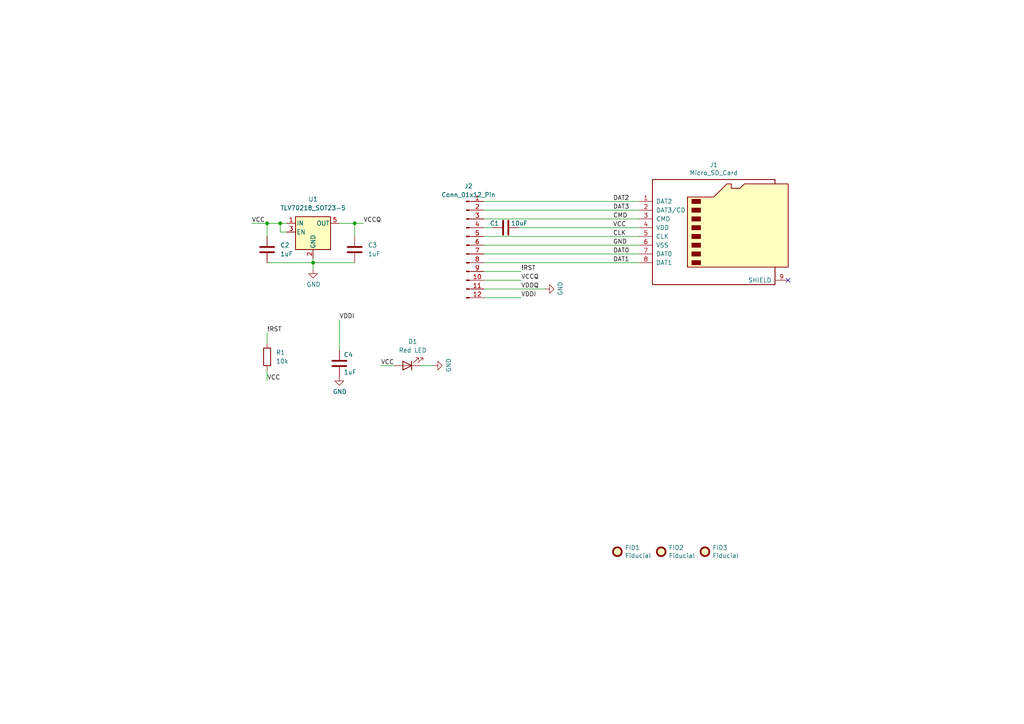
<source format=kicad_sch>
(kicad_sch (version 20230121) (generator eeschema)

  (uuid 74c99901-9e7e-449e-9ec8-01b32c0b9e28)

  (paper "A4")

  (lib_symbols
    (symbol "Connector:Conn_01x12_Pin" (pin_names (offset 1.016) hide) (in_bom yes) (on_board yes)
      (property "Reference" "J" (at 0 15.24 0)
        (effects (font (size 1.27 1.27)))
      )
      (property "Value" "Conn_01x12_Pin" (at 0 -17.78 0)
        (effects (font (size 1.27 1.27)))
      )
      (property "Footprint" "" (at 0 0 0)
        (effects (font (size 1.27 1.27)) hide)
      )
      (property "Datasheet" "~" (at 0 0 0)
        (effects (font (size 1.27 1.27)) hide)
      )
      (property "ki_locked" "" (at 0 0 0)
        (effects (font (size 1.27 1.27)))
      )
      (property "ki_keywords" "connector" (at 0 0 0)
        (effects (font (size 1.27 1.27)) hide)
      )
      (property "ki_description" "Generic connector, single row, 01x12, script generated" (at 0 0 0)
        (effects (font (size 1.27 1.27)) hide)
      )
      (property "ki_fp_filters" "Connector*:*_1x??_*" (at 0 0 0)
        (effects (font (size 1.27 1.27)) hide)
      )
      (symbol "Conn_01x12_Pin_1_1"
        (polyline
          (pts
            (xy 1.27 -15.24)
            (xy 0.8636 -15.24)
          )
          (stroke (width 0.1524) (type default))
          (fill (type none))
        )
        (polyline
          (pts
            (xy 1.27 -12.7)
            (xy 0.8636 -12.7)
          )
          (stroke (width 0.1524) (type default))
          (fill (type none))
        )
        (polyline
          (pts
            (xy 1.27 -10.16)
            (xy 0.8636 -10.16)
          )
          (stroke (width 0.1524) (type default))
          (fill (type none))
        )
        (polyline
          (pts
            (xy 1.27 -7.62)
            (xy 0.8636 -7.62)
          )
          (stroke (width 0.1524) (type default))
          (fill (type none))
        )
        (polyline
          (pts
            (xy 1.27 -5.08)
            (xy 0.8636 -5.08)
          )
          (stroke (width 0.1524) (type default))
          (fill (type none))
        )
        (polyline
          (pts
            (xy 1.27 -2.54)
            (xy 0.8636 -2.54)
          )
          (stroke (width 0.1524) (type default))
          (fill (type none))
        )
        (polyline
          (pts
            (xy 1.27 0)
            (xy 0.8636 0)
          )
          (stroke (width 0.1524) (type default))
          (fill (type none))
        )
        (polyline
          (pts
            (xy 1.27 2.54)
            (xy 0.8636 2.54)
          )
          (stroke (width 0.1524) (type default))
          (fill (type none))
        )
        (polyline
          (pts
            (xy 1.27 5.08)
            (xy 0.8636 5.08)
          )
          (stroke (width 0.1524) (type default))
          (fill (type none))
        )
        (polyline
          (pts
            (xy 1.27 7.62)
            (xy 0.8636 7.62)
          )
          (stroke (width 0.1524) (type default))
          (fill (type none))
        )
        (polyline
          (pts
            (xy 1.27 10.16)
            (xy 0.8636 10.16)
          )
          (stroke (width 0.1524) (type default))
          (fill (type none))
        )
        (polyline
          (pts
            (xy 1.27 12.7)
            (xy 0.8636 12.7)
          )
          (stroke (width 0.1524) (type default))
          (fill (type none))
        )
        (rectangle (start 0.8636 -15.113) (end 0 -15.367)
          (stroke (width 0.1524) (type default))
          (fill (type outline))
        )
        (rectangle (start 0.8636 -12.573) (end 0 -12.827)
          (stroke (width 0.1524) (type default))
          (fill (type outline))
        )
        (rectangle (start 0.8636 -10.033) (end 0 -10.287)
          (stroke (width 0.1524) (type default))
          (fill (type outline))
        )
        (rectangle (start 0.8636 -7.493) (end 0 -7.747)
          (stroke (width 0.1524) (type default))
          (fill (type outline))
        )
        (rectangle (start 0.8636 -4.953) (end 0 -5.207)
          (stroke (width 0.1524) (type default))
          (fill (type outline))
        )
        (rectangle (start 0.8636 -2.413) (end 0 -2.667)
          (stroke (width 0.1524) (type default))
          (fill (type outline))
        )
        (rectangle (start 0.8636 0.127) (end 0 -0.127)
          (stroke (width 0.1524) (type default))
          (fill (type outline))
        )
        (rectangle (start 0.8636 2.667) (end 0 2.413)
          (stroke (width 0.1524) (type default))
          (fill (type outline))
        )
        (rectangle (start 0.8636 5.207) (end 0 4.953)
          (stroke (width 0.1524) (type default))
          (fill (type outline))
        )
        (rectangle (start 0.8636 7.747) (end 0 7.493)
          (stroke (width 0.1524) (type default))
          (fill (type outline))
        )
        (rectangle (start 0.8636 10.287) (end 0 10.033)
          (stroke (width 0.1524) (type default))
          (fill (type outline))
        )
        (rectangle (start 0.8636 12.827) (end 0 12.573)
          (stroke (width 0.1524) (type default))
          (fill (type outline))
        )
        (pin passive line (at 5.08 12.7 180) (length 3.81)
          (name "Pin_1" (effects (font (size 1.27 1.27))))
          (number "1" (effects (font (size 1.27 1.27))))
        )
        (pin passive line (at 5.08 -10.16 180) (length 3.81)
          (name "Pin_10" (effects (font (size 1.27 1.27))))
          (number "10" (effects (font (size 1.27 1.27))))
        )
        (pin passive line (at 5.08 -12.7 180) (length 3.81)
          (name "Pin_11" (effects (font (size 1.27 1.27))))
          (number "11" (effects (font (size 1.27 1.27))))
        )
        (pin passive line (at 5.08 -15.24 180) (length 3.81)
          (name "Pin_12" (effects (font (size 1.27 1.27))))
          (number "12" (effects (font (size 1.27 1.27))))
        )
        (pin passive line (at 5.08 10.16 180) (length 3.81)
          (name "Pin_2" (effects (font (size 1.27 1.27))))
          (number "2" (effects (font (size 1.27 1.27))))
        )
        (pin passive line (at 5.08 7.62 180) (length 3.81)
          (name "Pin_3" (effects (font (size 1.27 1.27))))
          (number "3" (effects (font (size 1.27 1.27))))
        )
        (pin passive line (at 5.08 5.08 180) (length 3.81)
          (name "Pin_4" (effects (font (size 1.27 1.27))))
          (number "4" (effects (font (size 1.27 1.27))))
        )
        (pin passive line (at 5.08 2.54 180) (length 3.81)
          (name "Pin_5" (effects (font (size 1.27 1.27))))
          (number "5" (effects (font (size 1.27 1.27))))
        )
        (pin passive line (at 5.08 0 180) (length 3.81)
          (name "Pin_6" (effects (font (size 1.27 1.27))))
          (number "6" (effects (font (size 1.27 1.27))))
        )
        (pin passive line (at 5.08 -2.54 180) (length 3.81)
          (name "Pin_7" (effects (font (size 1.27 1.27))))
          (number "7" (effects (font (size 1.27 1.27))))
        )
        (pin passive line (at 5.08 -5.08 180) (length 3.81)
          (name "Pin_8" (effects (font (size 1.27 1.27))))
          (number "8" (effects (font (size 1.27 1.27))))
        )
        (pin passive line (at 5.08 -7.62 180) (length 3.81)
          (name "Pin_9" (effects (font (size 1.27 1.27))))
          (number "9" (effects (font (size 1.27 1.27))))
        )
      )
    )
    (symbol "Connector:Micro_SD_Card" (pin_names (offset 1.016)) (in_bom yes) (on_board yes)
      (property "Reference" "J" (at -16.51 15.24 0)
        (effects (font (size 1.27 1.27)))
      )
      (property "Value" "Micro_SD_Card" (at 16.51 15.24 0)
        (effects (font (size 1.27 1.27)) (justify right))
      )
      (property "Footprint" "" (at 29.21 7.62 0)
        (effects (font (size 1.27 1.27)) hide)
      )
      (property "Datasheet" "http://katalog.we-online.de/em/datasheet/693072010801.pdf" (at 0 0 0)
        (effects (font (size 1.27 1.27)) hide)
      )
      (property "ki_keywords" "connector SD microsd" (at 0 0 0)
        (effects (font (size 1.27 1.27)) hide)
      )
      (property "ki_description" "Micro SD Card Socket" (at 0 0 0)
        (effects (font (size 1.27 1.27)) hide)
      )
      (property "ki_fp_filters" "microSD*" (at 0 0 0)
        (effects (font (size 1.27 1.27)) hide)
      )
      (symbol "Micro_SD_Card_0_1"
        (rectangle (start -7.62 -9.525) (end -5.08 -10.795)
          (stroke (width 0) (type default))
          (fill (type outline))
        )
        (rectangle (start -7.62 -6.985) (end -5.08 -8.255)
          (stroke (width 0) (type default))
          (fill (type outline))
        )
        (rectangle (start -7.62 -4.445) (end -5.08 -5.715)
          (stroke (width 0) (type default))
          (fill (type outline))
        )
        (rectangle (start -7.62 -1.905) (end -5.08 -3.175)
          (stroke (width 0) (type default))
          (fill (type outline))
        )
        (rectangle (start -7.62 0.635) (end -5.08 -0.635)
          (stroke (width 0) (type default))
          (fill (type outline))
        )
        (rectangle (start -7.62 3.175) (end -5.08 1.905)
          (stroke (width 0) (type default))
          (fill (type outline))
        )
        (rectangle (start -7.62 5.715) (end -5.08 4.445)
          (stroke (width 0) (type default))
          (fill (type outline))
        )
        (rectangle (start -7.62 8.255) (end -5.08 6.985)
          (stroke (width 0) (type default))
          (fill (type outline))
        )
        (polyline
          (pts
            (xy 16.51 12.7)
            (xy 16.51 13.97)
            (xy -19.05 13.97)
            (xy -19.05 -16.51)
            (xy 16.51 -16.51)
            (xy 16.51 -11.43)
          )
          (stroke (width 0.254) (type default))
          (fill (type none))
        )
        (polyline
          (pts
            (xy -8.89 -11.43)
            (xy -8.89 8.89)
            (xy -1.27 8.89)
            (xy 2.54 12.7)
            (xy 3.81 12.7)
            (xy 3.81 11.43)
            (xy 6.35 11.43)
            (xy 7.62 12.7)
            (xy 20.32 12.7)
            (xy 20.32 -11.43)
            (xy -8.89 -11.43)
          )
          (stroke (width 0.254) (type default))
          (fill (type background))
        )
      )
      (symbol "Micro_SD_Card_1_1"
        (pin bidirectional line (at -22.86 7.62 0) (length 3.81)
          (name "DAT2" (effects (font (size 1.27 1.27))))
          (number "1" (effects (font (size 1.27 1.27))))
        )
        (pin bidirectional line (at -22.86 5.08 0) (length 3.81)
          (name "DAT3/CD" (effects (font (size 1.27 1.27))))
          (number "2" (effects (font (size 1.27 1.27))))
        )
        (pin input line (at -22.86 2.54 0) (length 3.81)
          (name "CMD" (effects (font (size 1.27 1.27))))
          (number "3" (effects (font (size 1.27 1.27))))
        )
        (pin power_in line (at -22.86 0 0) (length 3.81)
          (name "VDD" (effects (font (size 1.27 1.27))))
          (number "4" (effects (font (size 1.27 1.27))))
        )
        (pin input line (at -22.86 -2.54 0) (length 3.81)
          (name "CLK" (effects (font (size 1.27 1.27))))
          (number "5" (effects (font (size 1.27 1.27))))
        )
        (pin power_in line (at -22.86 -5.08 0) (length 3.81)
          (name "VSS" (effects (font (size 1.27 1.27))))
          (number "6" (effects (font (size 1.27 1.27))))
        )
        (pin bidirectional line (at -22.86 -7.62 0) (length 3.81)
          (name "DAT0" (effects (font (size 1.27 1.27))))
          (number "7" (effects (font (size 1.27 1.27))))
        )
        (pin bidirectional line (at -22.86 -10.16 0) (length 3.81)
          (name "DAT1" (effects (font (size 1.27 1.27))))
          (number "8" (effects (font (size 1.27 1.27))))
        )
        (pin passive line (at 20.32 -15.24 180) (length 3.81)
          (name "SHIELD" (effects (font (size 1.27 1.27))))
          (number "9" (effects (font (size 1.27 1.27))))
        )
      )
    )
    (symbol "Device:C" (pin_numbers hide) (pin_names (offset 0.254)) (in_bom yes) (on_board yes)
      (property "Reference" "C" (at 0.635 2.54 0)
        (effects (font (size 1.27 1.27)) (justify left))
      )
      (property "Value" "C" (at 0.635 -2.54 0)
        (effects (font (size 1.27 1.27)) (justify left))
      )
      (property "Footprint" "" (at 0.9652 -3.81 0)
        (effects (font (size 1.27 1.27)) hide)
      )
      (property "Datasheet" "~" (at 0 0 0)
        (effects (font (size 1.27 1.27)) hide)
      )
      (property "ki_keywords" "cap capacitor" (at 0 0 0)
        (effects (font (size 1.27 1.27)) hide)
      )
      (property "ki_description" "Unpolarized capacitor" (at 0 0 0)
        (effects (font (size 1.27 1.27)) hide)
      )
      (property "ki_fp_filters" "C_*" (at 0 0 0)
        (effects (font (size 1.27 1.27)) hide)
      )
      (symbol "C_0_1"
        (polyline
          (pts
            (xy -2.032 -0.762)
            (xy 2.032 -0.762)
          )
          (stroke (width 0.508) (type default))
          (fill (type none))
        )
        (polyline
          (pts
            (xy -2.032 0.762)
            (xy 2.032 0.762)
          )
          (stroke (width 0.508) (type default))
          (fill (type none))
        )
      )
      (symbol "C_1_1"
        (pin passive line (at 0 3.81 270) (length 2.794)
          (name "~" (effects (font (size 1.27 1.27))))
          (number "1" (effects (font (size 1.27 1.27))))
        )
        (pin passive line (at 0 -3.81 90) (length 2.794)
          (name "~" (effects (font (size 1.27 1.27))))
          (number "2" (effects (font (size 1.27 1.27))))
        )
      )
    )
    (symbol "Device:LED" (pin_numbers hide) (pin_names (offset 1.016) hide) (in_bom yes) (on_board yes)
      (property "Reference" "D" (at 0 2.54 0)
        (effects (font (size 1.27 1.27)))
      )
      (property "Value" "LED" (at 0 -2.54 0)
        (effects (font (size 1.27 1.27)))
      )
      (property "Footprint" "" (at 0 0 0)
        (effects (font (size 1.27 1.27)) hide)
      )
      (property "Datasheet" "~" (at 0 0 0)
        (effects (font (size 1.27 1.27)) hide)
      )
      (property "ki_keywords" "LED diode" (at 0 0 0)
        (effects (font (size 1.27 1.27)) hide)
      )
      (property "ki_description" "Light emitting diode" (at 0 0 0)
        (effects (font (size 1.27 1.27)) hide)
      )
      (property "ki_fp_filters" "LED* LED_SMD:* LED_THT:*" (at 0 0 0)
        (effects (font (size 1.27 1.27)) hide)
      )
      (symbol "LED_0_1"
        (polyline
          (pts
            (xy -1.27 -1.27)
            (xy -1.27 1.27)
          )
          (stroke (width 0.254) (type default))
          (fill (type none))
        )
        (polyline
          (pts
            (xy -1.27 0)
            (xy 1.27 0)
          )
          (stroke (width 0) (type default))
          (fill (type none))
        )
        (polyline
          (pts
            (xy 1.27 -1.27)
            (xy 1.27 1.27)
            (xy -1.27 0)
            (xy 1.27 -1.27)
          )
          (stroke (width 0.254) (type default))
          (fill (type none))
        )
        (polyline
          (pts
            (xy -3.048 -0.762)
            (xy -4.572 -2.286)
            (xy -3.81 -2.286)
            (xy -4.572 -2.286)
            (xy -4.572 -1.524)
          )
          (stroke (width 0) (type default))
          (fill (type none))
        )
        (polyline
          (pts
            (xy -1.778 -0.762)
            (xy -3.302 -2.286)
            (xy -2.54 -2.286)
            (xy -3.302 -2.286)
            (xy -3.302 -1.524)
          )
          (stroke (width 0) (type default))
          (fill (type none))
        )
      )
      (symbol "LED_1_1"
        (pin passive line (at -3.81 0 0) (length 2.54)
          (name "K" (effects (font (size 1.27 1.27))))
          (number "1" (effects (font (size 1.27 1.27))))
        )
        (pin passive line (at 3.81 0 180) (length 2.54)
          (name "A" (effects (font (size 1.27 1.27))))
          (number "2" (effects (font (size 1.27 1.27))))
        )
      )
    )
    (symbol "Device:R" (pin_numbers hide) (pin_names (offset 0)) (in_bom yes) (on_board yes)
      (property "Reference" "R" (at 2.032 0 90)
        (effects (font (size 1.27 1.27)))
      )
      (property "Value" "R" (at 0 0 90)
        (effects (font (size 1.27 1.27)))
      )
      (property "Footprint" "" (at -1.778 0 90)
        (effects (font (size 1.27 1.27)) hide)
      )
      (property "Datasheet" "~" (at 0 0 0)
        (effects (font (size 1.27 1.27)) hide)
      )
      (property "ki_keywords" "R res resistor" (at 0 0 0)
        (effects (font (size 1.27 1.27)) hide)
      )
      (property "ki_description" "Resistor" (at 0 0 0)
        (effects (font (size 1.27 1.27)) hide)
      )
      (property "ki_fp_filters" "R_*" (at 0 0 0)
        (effects (font (size 1.27 1.27)) hide)
      )
      (symbol "R_0_1"
        (rectangle (start -1.016 -2.54) (end 1.016 2.54)
          (stroke (width 0.254) (type default))
          (fill (type none))
        )
      )
      (symbol "R_1_1"
        (pin passive line (at 0 3.81 270) (length 1.27)
          (name "~" (effects (font (size 1.27 1.27))))
          (number "1" (effects (font (size 1.27 1.27))))
        )
        (pin passive line (at 0 -3.81 90) (length 1.27)
          (name "~" (effects (font (size 1.27 1.27))))
          (number "2" (effects (font (size 1.27 1.27))))
        )
      )
    )
    (symbol "Mechanical:Fiducial" (in_bom yes) (on_board yes)
      (property "Reference" "FID" (at 0 5.08 0)
        (effects (font (size 1.27 1.27)))
      )
      (property "Value" "Fiducial" (at 0 3.175 0)
        (effects (font (size 1.27 1.27)))
      )
      (property "Footprint" "" (at 0 0 0)
        (effects (font (size 1.27 1.27)) hide)
      )
      (property "Datasheet" "~" (at 0 0 0)
        (effects (font (size 1.27 1.27)) hide)
      )
      (property "ki_keywords" "fiducial marker" (at 0 0 0)
        (effects (font (size 1.27 1.27)) hide)
      )
      (property "ki_description" "Fiducial Marker" (at 0 0 0)
        (effects (font (size 1.27 1.27)) hide)
      )
      (property "ki_fp_filters" "Fiducial*" (at 0 0 0)
        (effects (font (size 1.27 1.27)) hide)
      )
      (symbol "Fiducial_0_1"
        (circle (center 0 0) (radius 1.27)
          (stroke (width 0.508) (type default))
          (fill (type background))
        )
      )
    )
    (symbol "Regulator_Linear:TLV70218_SOT23-5" (pin_names (offset 0.254)) (in_bom yes) (on_board yes)
      (property "Reference" "U" (at -3.81 5.715 0)
        (effects (font (size 1.27 1.27)))
      )
      (property "Value" "TLV70218_SOT23-5" (at 0 5.715 0)
        (effects (font (size 1.27 1.27)) (justify left))
      )
      (property "Footprint" "Package_TO_SOT_SMD:SOT-23-5" (at 0 8.255 0)
        (effects (font (size 1.27 1.27) italic) hide)
      )
      (property "Datasheet" "http://www.ti.com/lit/ds/symlink/tlv702.pdf" (at 0 1.27 0)
        (effects (font (size 1.27 1.27)) hide)
      )
      (property "ki_keywords" "300mA LDO Regulator Fixed Positive" (at 0 0 0)
        (effects (font (size 1.27 1.27)) hide)
      )
      (property "ki_description" "300mA Low Dropout Voltage Regulator, Fixed Output 1.8V, SOT-23-5" (at 0 0 0)
        (effects (font (size 1.27 1.27)) hide)
      )
      (property "ki_fp_filters" "SOT?23*" (at 0 0 0)
        (effects (font (size 1.27 1.27)) hide)
      )
      (symbol "TLV70218_SOT23-5_0_1"
        (rectangle (start -5.08 4.445) (end 5.08 -5.08)
          (stroke (width 0.254) (type default))
          (fill (type background))
        )
      )
      (symbol "TLV70218_SOT23-5_1_1"
        (pin power_in line (at -7.62 2.54 0) (length 2.54)
          (name "IN" (effects (font (size 1.27 1.27))))
          (number "1" (effects (font (size 1.27 1.27))))
        )
        (pin power_in line (at 0 -7.62 90) (length 2.54)
          (name "GND" (effects (font (size 1.27 1.27))))
          (number "2" (effects (font (size 1.27 1.27))))
        )
        (pin input line (at -7.62 0 0) (length 2.54)
          (name "EN" (effects (font (size 1.27 1.27))))
          (number "3" (effects (font (size 1.27 1.27))))
        )
        (pin no_connect line (at 5.08 0 180) (length 2.54) hide
          (name "NC" (effects (font (size 1.27 1.27))))
          (number "4" (effects (font (size 1.27 1.27))))
        )
        (pin power_out line (at 7.62 2.54 180) (length 2.54)
          (name "OUT" (effects (font (size 1.27 1.27))))
          (number "5" (effects (font (size 1.27 1.27))))
        )
      )
    )
    (symbol "power:GND" (power) (pin_names (offset 0)) (in_bom yes) (on_board yes)
      (property "Reference" "#PWR" (at 0 -6.35 0)
        (effects (font (size 1.27 1.27)) hide)
      )
      (property "Value" "GND" (at 0 -3.81 0)
        (effects (font (size 1.27 1.27)))
      )
      (property "Footprint" "" (at 0 0 0)
        (effects (font (size 1.27 1.27)) hide)
      )
      (property "Datasheet" "" (at 0 0 0)
        (effects (font (size 1.27 1.27)) hide)
      )
      (property "ki_keywords" "global power" (at 0 0 0)
        (effects (font (size 1.27 1.27)) hide)
      )
      (property "ki_description" "Power symbol creates a global label with name \"GND\" , ground" (at 0 0 0)
        (effects (font (size 1.27 1.27)) hide)
      )
      (symbol "GND_0_1"
        (polyline
          (pts
            (xy 0 0)
            (xy 0 -1.27)
            (xy 1.27 -1.27)
            (xy 0 -2.54)
            (xy -1.27 -1.27)
            (xy 0 -1.27)
          )
          (stroke (width 0) (type default))
          (fill (type none))
        )
      )
      (symbol "GND_1_1"
        (pin power_in line (at 0 0 270) (length 0) hide
          (name "GND" (effects (font (size 1.27 1.27))))
          (number "1" (effects (font (size 1.27 1.27))))
        )
      )
    )
  )

  (junction (at 81.28 64.77) (diameter 0) (color 0 0 0 0)
    (uuid 520a4a03-583f-4836-aba7-6e2029f48119)
  )
  (junction (at 102.87 64.77) (diameter 0) (color 0 0 0 0)
    (uuid 5800a92d-9d94-49db-88b5-dbfb9ae3fa4b)
  )
  (junction (at 90.805 76.2) (diameter 0) (color 0 0 0 0)
    (uuid 63cfb850-3c2e-43d4-a5e0-14680dd1ec9e)
  )
  (junction (at 77.47 64.77) (diameter 0) (color 0 0 0 0)
    (uuid 732d62ea-3b39-476e-8259-7e1ece3740bf)
  )

  (no_connect (at 228.6 81.28) (uuid 5b69ec70-ab39-44a3-9d1f-1489cd678ed8))

  (wire (pts (xy 140.335 83.82) (xy 158.115 83.82))
    (stroke (width 0) (type default))
    (uuid 06e1f5f2-ddb4-48cc-9b61-f52f0330a721)
  )
  (wire (pts (xy 140.335 78.74) (xy 151.13 78.74))
    (stroke (width 0) (type default))
    (uuid 191df7a9-7b59-4c42-bfcb-64b9a31e2688)
  )
  (wire (pts (xy 140.335 73.66) (xy 185.42 73.66))
    (stroke (width 0) (type default))
    (uuid 19b31cf5-684c-426f-9c16-077f5162cd0c)
  )
  (wire (pts (xy 140.335 81.28) (xy 151.13 81.28))
    (stroke (width 0) (type default))
    (uuid 1f70c903-d079-43e3-8525-4de49d9e6068)
  )
  (wire (pts (xy 140.335 68.58) (xy 185.42 68.58))
    (stroke (width 0) (type default))
    (uuid 2700d1c6-b625-486e-b42b-cc16ef1a6c15)
  )
  (wire (pts (xy 140.335 86.36) (xy 151.13 86.36))
    (stroke (width 0) (type default))
    (uuid 2dfb9dca-7e57-4f54-8cc4-e5cf824a08c4)
  )
  (wire (pts (xy 73.025 64.77) (xy 77.47 64.77))
    (stroke (width 0) (type default))
    (uuid 326aeeb4-899a-4a7a-aa02-8e1450bcbd30)
  )
  (wire (pts (xy 77.47 107.315) (xy 77.47 110.49))
    (stroke (width 0) (type default))
    (uuid 34b570da-03ee-4a24-bfd0-9dff9360a64b)
  )
  (wire (pts (xy 140.335 60.96) (xy 185.42 60.96))
    (stroke (width 0) (type default))
    (uuid 3556499d-8aec-4520-bd3e-94e67b02de8c)
  )
  (wire (pts (xy 77.47 64.77) (xy 77.47 68.58))
    (stroke (width 0) (type default))
    (uuid 492ee199-b47d-4f63-a14f-6752fdc0a5b6)
  )
  (wire (pts (xy 150.495 66.04) (xy 185.42 66.04))
    (stroke (width 0) (type default))
    (uuid 5dfd036e-3b6e-4d2c-aac7-9b18776eaff0)
  )
  (wire (pts (xy 102.87 64.77) (xy 105.41 64.77))
    (stroke (width 0) (type default))
    (uuid 692a30cf-142c-4fb0-8eda-b9d4f1d1deaa)
  )
  (wire (pts (xy 90.805 74.93) (xy 90.805 76.2))
    (stroke (width 0) (type default))
    (uuid 6e3355f9-8582-458c-bef8-5697a837e29d)
  )
  (wire (pts (xy 121.92 106.045) (xy 125.73 106.045))
    (stroke (width 0) (type default))
    (uuid 6fd596b0-5605-491c-87dc-354ee72d344d)
  )
  (wire (pts (xy 140.335 71.12) (xy 185.42 71.12))
    (stroke (width 0) (type default))
    (uuid 74e03bb7-82cb-4fec-a54a-58168b3a9942)
  )
  (wire (pts (xy 77.47 96.52) (xy 77.47 99.695))
    (stroke (width 0) (type default))
    (uuid 8e8c20b1-bb58-4a5a-98f4-25ff40232a9f)
  )
  (wire (pts (xy 140.335 66.04) (xy 142.875 66.04))
    (stroke (width 0) (type default))
    (uuid 963f3b8c-fe9b-4ecf-b293-ce7fcd9c887e)
  )
  (wire (pts (xy 81.28 67.31) (xy 81.28 64.77))
    (stroke (width 0) (type default))
    (uuid b0f31e19-3788-49ad-8408-ace0b98a56ac)
  )
  (wire (pts (xy 140.335 76.2) (xy 185.42 76.2))
    (stroke (width 0) (type default))
    (uuid b9d6d4f8-5258-4aaa-9070-2641d4ee349f)
  )
  (wire (pts (xy 98.425 92.71) (xy 98.425 101.6))
    (stroke (width 0) (type default))
    (uuid c1baa171-7014-4a5d-9c34-f5950180c25b)
  )
  (wire (pts (xy 140.335 58.42) (xy 185.42 58.42))
    (stroke (width 0) (type default))
    (uuid c32e0011-5603-4694-9e39-93ea9ea73cb2)
  )
  (wire (pts (xy 83.185 67.31) (xy 81.28 67.31))
    (stroke (width 0) (type default))
    (uuid cb403794-3594-49a4-880f-be79333f31df)
  )
  (wire (pts (xy 77.47 76.2) (xy 90.805 76.2))
    (stroke (width 0) (type default))
    (uuid cd08bd15-23c9-4800-921f-b6ccb24d983c)
  )
  (wire (pts (xy 140.335 63.5) (xy 185.42 63.5))
    (stroke (width 0) (type default))
    (uuid ce31e430-1b1f-4c96-a66e-e32e37c2d0a1)
  )
  (wire (pts (xy 81.28 64.77) (xy 83.185 64.77))
    (stroke (width 0) (type default))
    (uuid d1741b7b-6090-46e1-a0ca-085e69227ab8)
  )
  (wire (pts (xy 90.805 76.2) (xy 90.805 78.105))
    (stroke (width 0) (type default))
    (uuid d44c7fd9-8308-4b8e-a240-5e3cfa1f60b6)
  )
  (wire (pts (xy 98.425 64.77) (xy 102.87 64.77))
    (stroke (width 0) (type default))
    (uuid e4c8e3fb-89f9-4af8-912b-393993e536c5)
  )
  (wire (pts (xy 102.87 64.77) (xy 102.87 68.58))
    (stroke (width 0) (type default))
    (uuid ecca2234-b672-48c4-9069-0231fb496de5)
  )
  (wire (pts (xy 77.47 64.77) (xy 81.28 64.77))
    (stroke (width 0) (type default))
    (uuid f882dc23-6b6f-455b-a67d-941d0d0e72a0)
  )
  (wire (pts (xy 90.805 76.2) (xy 102.87 76.2))
    (stroke (width 0) (type default))
    (uuid f9423676-d6b2-44e4-9663-e471f12fe723)
  )
  (wire (pts (xy 110.49 106.045) (xy 114.3 106.045))
    (stroke (width 0) (type default))
    (uuid fda1bc96-3a21-408f-9a47-3db1e5051f68)
  )

  (label "VCC" (at 73.025 64.77 0) (fields_autoplaced)
    (effects (font (size 1.27 1.27)) (justify left bottom))
    (uuid 15833770-4f9e-4536-8647-2f82f4e16dd6)
  )
  (label "!RST" (at 151.13 78.74 0) (fields_autoplaced)
    (effects (font (size 1.27 1.27)) (justify left bottom))
    (uuid 16f35720-767a-4048-a025-8b7ee4027b81)
  )
  (label "VCCQ" (at 105.41 64.77 0) (fields_autoplaced)
    (effects (font (size 1.27 1.27)) (justify left bottom))
    (uuid 182a6870-573f-48e1-bca4-2d0e342666c1)
  )
  (label "VCC" (at 77.47 110.49 0) (fields_autoplaced)
    (effects (font (size 1.27 1.27)) (justify left bottom))
    (uuid 2a1e546a-1681-40c7-a541-7db6eab3d8e8)
  )
  (label "VCC" (at 110.49 106.045 0) (fields_autoplaced)
    (effects (font (size 1.27 1.27)) (justify left bottom))
    (uuid 334d90bd-823c-493f-99eb-8dcb22187954)
  )
  (label "VCC" (at 177.8 66.04 0) (fields_autoplaced)
    (effects (font (size 1.27 1.27)) (justify left bottom))
    (uuid 38d9912b-a822-4392-820b-513010f8eb69)
  )
  (label "DAT1" (at 177.8 76.2 0) (fields_autoplaced)
    (effects (font (size 1.27 1.27)) (justify left bottom))
    (uuid 4533719a-1e27-4499-82b3-f719f5e615e9)
  )
  (label "GND" (at 177.8 71.12 0) (fields_autoplaced)
    (effects (font (size 1.27 1.27)) (justify left bottom))
    (uuid 4e99a036-75c7-477d-bfb7-dd672d1f798b)
  )
  (label "VDDI" (at 151.13 86.36 0) (fields_autoplaced)
    (effects (font (size 1.27 1.27)) (justify left bottom))
    (uuid 5bc8bc16-1133-4c0e-a94e-dceb023463ae)
  )
  (label "DAT3" (at 177.8 60.96 0) (fields_autoplaced)
    (effects (font (size 1.27 1.27)) (justify left bottom))
    (uuid 5d14a004-370b-4b32-b065-de594ab440ab)
  )
  (label "VCCQ" (at 151.13 81.28 0) (fields_autoplaced)
    (effects (font (size 1.27 1.27)) (justify left bottom))
    (uuid 8d3070b2-5739-4917-aeca-7d26e9aa9ff7)
  )
  (label "VDDI" (at 98.425 92.71 0) (fields_autoplaced)
    (effects (font (size 1.27 1.27)) (justify left bottom))
    (uuid 9086d9ff-78ac-471e-b5e1-b85642cffc05)
  )
  (label "CMD" (at 177.8 63.5 0) (fields_autoplaced)
    (effects (font (size 1.27 1.27)) (justify left bottom))
    (uuid 92368b91-1258-4197-8e9d-be5892c594f6)
  )
  (label "CLK" (at 177.8 68.58 0) (fields_autoplaced)
    (effects (font (size 1.27 1.27)) (justify left bottom))
    (uuid 9e78a821-b4a1-4eb6-aa77-e1fdc8270df3)
  )
  (label "DAT0" (at 177.8 73.66 0) (fields_autoplaced)
    (effects (font (size 1.27 1.27)) (justify left bottom))
    (uuid a508bd2a-f681-414a-b06b-e5e5d8eabb9e)
  )
  (label "!RST" (at 77.47 96.52 0) (fields_autoplaced)
    (effects (font (size 1.27 1.27)) (justify left bottom))
    (uuid c7f46eff-baf4-46af-b9e3-0855bd89dc45)
  )
  (label "DAT2" (at 177.8 58.42 0) (fields_autoplaced)
    (effects (font (size 1.27 1.27)) (justify left bottom))
    (uuid c8404929-5bfc-499c-9d64-acdf004dd96c)
  )
  (label "VDDQ" (at 151.13 83.82 0) (fields_autoplaced)
    (effects (font (size 1.27 1.27)) (justify left bottom))
    (uuid eb75ce38-5adf-449b-ac68-6191d45d2c10)
  )

  (symbol (lib_id "Connector:Micro_SD_Card") (at 208.28 66.04 0) (unit 1)
    (in_bom yes) (on_board yes) (dnp no)
    (uuid 00000000-0000-0000-0000-00005feb39e1)
    (property "Reference" "J1" (at 207.01 47.8282 0)
      (effects (font (size 1.27 1.27)))
    )
    (property "Value" "Micro_SD_Card" (at 207.01 50.1396 0)
      (effects (font (size 1.27 1.27)))
    )
    (property "Footprint" "Voltlog:microSD_card" (at 237.49 58.42 0)
      (effects (font (size 1.27 1.27)) hide)
    )
    (property "Datasheet" "http://katalog.we-online.de/em/datasheet/693072010801.pdf" (at 208.28 66.04 0)
      (effects (font (size 1.27 1.27)) hide)
    )
    (pin "1" (uuid 1410518c-d6b0-41ea-979d-1b781396f365))
    (pin "2" (uuid 365c3f34-4ce4-49e3-a9f5-cfd13e1819cf))
    (pin "3" (uuid d5c19005-522f-4772-9368-c1a9f2f33a8b))
    (pin "4" (uuid 26479560-1ec2-4177-869f-6f319a9456c7))
    (pin "5" (uuid 4c0252b8-ebb4-4ee6-b966-fafad69802c4))
    (pin "6" (uuid 86496047-a7cd-4e0f-883b-6ad07873389a))
    (pin "7" (uuid ba0fe9c2-e958-45b5-9de4-dd73c911a7aa))
    (pin "8" (uuid d95f7484-354a-46e5-b936-9fdf5fffec05))
    (pin "9" (uuid 05bba1ba-cccf-48a1-a0d1-be3611fe69f3))
    (instances
      (project "emmc-adapter"
        (path "/74c99901-9e7e-449e-9ec8-01b32c0b9e28"
          (reference "J1") (unit 1)
        )
      )
    )
  )

  (symbol (lib_id "voltlog:VOLTLOG_LOGO") (at 182.88 172.72 0) (unit 1)
    (in_bom yes) (on_board yes) (dnp no)
    (uuid 00000000-0000-0000-0000-00005febb9f7)
    (property "Reference" "V1" (at 182.88 176.022 0)
      (effects (font (size 1.524 1.524)) hide)
    )
    (property "Value" "VOLTLOG_LOGO" (at 182.88 169.418 0)
      (effects (font (size 1.524 1.524)) hide)
    )
    (property "Footprint" "Voltlog:voltlog_mask_3mm" (at 182.88 172.72 0)
      (effects (font (size 1.27 1.27)) hide)
    )
    (property "Datasheet" "" (at 182.88 172.72 0)
      (effects (font (size 1.27 1.27)) hide)
    )
    (instances
      (project "emmc-adapter"
        (path "/74c99901-9e7e-449e-9ec8-01b32c0b9e28"
          (reference "V1") (unit 1)
        )
      )
    )
  )

  (symbol (lib_id "Mechanical:Fiducial") (at 179.07 160.02 0) (unit 1)
    (in_bom yes) (on_board yes) (dnp no)
    (uuid 00000000-0000-0000-0000-00005febc0d2)
    (property "Reference" "FID1" (at 181.229 158.8516 0)
      (effects (font (size 1.27 1.27)) (justify left))
    )
    (property "Value" "Fiducial" (at 181.229 161.163 0)
      (effects (font (size 1.27 1.27)) (justify left))
    )
    (property "Footprint" "Fiducial:Fiducial_0.5mm_Mask1mm" (at 179.07 160.02 0)
      (effects (font (size 1.27 1.27)) hide)
    )
    (property "Datasheet" "~" (at 179.07 160.02 0)
      (effects (font (size 1.27 1.27)) hide)
    )
    (instances
      (project "emmc-adapter"
        (path "/74c99901-9e7e-449e-9ec8-01b32c0b9e28"
          (reference "FID1") (unit 1)
        )
      )
    )
  )

  (symbol (lib_id "Mechanical:Fiducial") (at 191.77 160.02 0) (unit 1)
    (in_bom yes) (on_board yes) (dnp no)
    (uuid 00000000-0000-0000-0000-00005febc6ab)
    (property "Reference" "FID2" (at 193.929 158.8516 0)
      (effects (font (size 1.27 1.27)) (justify left))
    )
    (property "Value" "Fiducial" (at 193.929 161.163 0)
      (effects (font (size 1.27 1.27)) (justify left))
    )
    (property "Footprint" "Fiducial:Fiducial_0.5mm_Mask1mm" (at 191.77 160.02 0)
      (effects (font (size 1.27 1.27)) hide)
    )
    (property "Datasheet" "~" (at 191.77 160.02 0)
      (effects (font (size 1.27 1.27)) hide)
    )
    (instances
      (project "emmc-adapter"
        (path "/74c99901-9e7e-449e-9ec8-01b32c0b9e28"
          (reference "FID2") (unit 1)
        )
      )
    )
  )

  (symbol (lib_id "Mechanical:Fiducial") (at 204.47 160.02 0) (unit 1)
    (in_bom yes) (on_board yes) (dnp no)
    (uuid 00000000-0000-0000-0000-00005febc8c9)
    (property "Reference" "FID3" (at 206.629 158.8516 0)
      (effects (font (size 1.27 1.27)) (justify left))
    )
    (property "Value" "Fiducial" (at 206.629 161.163 0)
      (effects (font (size 1.27 1.27)) (justify left))
    )
    (property "Footprint" "Fiducial:Fiducial_0.5mm_Mask1mm" (at 204.47 160.02 0)
      (effects (font (size 1.27 1.27)) hide)
    )
    (property "Datasheet" "~" (at 204.47 160.02 0)
      (effects (font (size 1.27 1.27)) hide)
    )
    (instances
      (project "emmc-adapter"
        (path "/74c99901-9e7e-449e-9ec8-01b32c0b9e28"
          (reference "FID3") (unit 1)
        )
      )
    )
  )

  (symbol (lib_id "Regulator_Linear:TLV70218_SOT23-5") (at 90.805 67.31 0) (unit 1)
    (in_bom yes) (on_board yes) (dnp no) (fields_autoplaced)
    (uuid 11687862-2bc7-45ed-935f-c8515a31b1db)
    (property "Reference" "U1" (at 90.805 57.785 0)
      (effects (font (size 1.27 1.27)))
    )
    (property "Value" "TLV70218_SOT23-5" (at 90.805 60.325 0)
      (effects (font (size 1.27 1.27)))
    )
    (property "Footprint" "Package_TO_SOT_SMD:SOT-23-5" (at 90.805 59.055 0)
      (effects (font (size 1.27 1.27) italic) hide)
    )
    (property "Datasheet" "http://www.ti.com/lit/ds/symlink/tlv702.pdf" (at 90.805 66.04 0)
      (effects (font (size 1.27 1.27)) hide)
    )
    (pin "1" (uuid 29f399a6-9a92-4505-8282-bbc4eef08a3e))
    (pin "2" (uuid fe38e723-555d-4ac6-a4fd-e8125d27d157))
    (pin "3" (uuid d58cd10f-f63a-4211-b948-69d5ad5e5c20))
    (pin "4" (uuid d090fdaa-c69c-47ef-9fc0-773cc95cf300))
    (pin "5" (uuid ede60703-d401-4259-8bc4-294443dddfda))
    (instances
      (project "emmc-adapter"
        (path "/74c99901-9e7e-449e-9ec8-01b32c0b9e28"
          (reference "U1") (unit 1)
        )
      )
    )
  )

  (symbol (lib_id "power:GND") (at 98.425 109.22 0) (unit 1)
    (in_bom yes) (on_board yes) (dnp no)
    (uuid 279da008-4464-4bb4-a3b7-3dedd992db90)
    (property "Reference" "#PWR04" (at 98.425 115.57 0)
      (effects (font (size 1.27 1.27)) hide)
    )
    (property "Value" "GND" (at 98.552 113.6142 0)
      (effects (font (size 1.27 1.27)))
    )
    (property "Footprint" "" (at 98.425 109.22 0)
      (effects (font (size 1.27 1.27)) hide)
    )
    (property "Datasheet" "" (at 98.425 109.22 0)
      (effects (font (size 1.27 1.27)) hide)
    )
    (pin "1" (uuid 4a5ff207-7855-45e7-b8bd-6f6ab25b0a23))
    (instances
      (project "emmc-adapter"
        (path "/74c99901-9e7e-449e-9ec8-01b32c0b9e28"
          (reference "#PWR04") (unit 1)
        )
      )
    )
  )

  (symbol (lib_id "power:GND") (at 158.115 83.82 90) (unit 1)
    (in_bom yes) (on_board yes) (dnp no)
    (uuid 28e25ccc-4f44-4f77-acdf-de47350b3e78)
    (property "Reference" "#PWR02" (at 164.465 83.82 0)
      (effects (font (size 1.27 1.27)) hide)
    )
    (property "Value" "GND" (at 162.5092 83.693 0)
      (effects (font (size 1.27 1.27)))
    )
    (property "Footprint" "" (at 158.115 83.82 0)
      (effects (font (size 1.27 1.27)) hide)
    )
    (property "Datasheet" "" (at 158.115 83.82 0)
      (effects (font (size 1.27 1.27)) hide)
    )
    (pin "1" (uuid 9ae2e5f2-65a2-4d9a-9ff7-cf76200528b0))
    (instances
      (project "emmc-adapter"
        (path "/74c99901-9e7e-449e-9ec8-01b32c0b9e28"
          (reference "#PWR02") (unit 1)
        )
      )
    )
  )

  (symbol (lib_id "Device:C") (at 146.685 66.04 90) (unit 1)
    (in_bom yes) (on_board yes) (dnp no)
    (uuid 3a85c1ea-f83b-4a3c-81d7-ce5da2c1fde7)
    (property "Reference" "C1" (at 144.78 64.77 90)
      (effects (font (size 1.27 1.27)) (justify left))
    )
    (property "Value" "10uF" (at 153.035 64.77 90)
      (effects (font (size 1.27 1.27)) (justify left))
    )
    (property "Footprint" "Capacitor_SMD:C_0603_1608Metric" (at 150.495 65.0748 0)
      (effects (font (size 1.27 1.27)) hide)
    )
    (property "Datasheet" "~" (at 146.685 66.04 0)
      (effects (font (size 1.27 1.27)) hide)
    )
    (pin "1" (uuid 98b253f7-2133-4b88-8fac-c819db44d43d))
    (pin "2" (uuid 7e87743b-9da3-4cd2-ac1f-880b14cd5689))
    (instances
      (project "emmc-adapter"
        (path "/74c99901-9e7e-449e-9ec8-01b32c0b9e28"
          (reference "C1") (unit 1)
        )
      )
    )
  )

  (symbol (lib_id "Device:LED") (at 118.11 106.045 180) (unit 1)
    (in_bom yes) (on_board yes) (dnp no) (fields_autoplaced)
    (uuid 40bfd69a-f4f2-484a-8fa7-06fe333b7cf9)
    (property "Reference" "D1" (at 119.6975 99.06 0)
      (effects (font (size 1.27 1.27)))
    )
    (property "Value" "Red LED" (at 119.6975 101.6 0)
      (effects (font (size 1.27 1.27)))
    )
    (property "Footprint" "LED_SMD:LED_0603_1608Metric" (at 118.11 106.045 0)
      (effects (font (size 1.27 1.27)) hide)
    )
    (property "Datasheet" "~" (at 118.11 106.045 0)
      (effects (font (size 1.27 1.27)) hide)
    )
    (pin "1" (uuid 7db0dbc3-9809-4575-b3de-41a2a4506688))
    (pin "2" (uuid 338dfcf0-c538-4fca-9905-57aee243ff15))
    (instances
      (project "emmc-adapter"
        (path "/74c99901-9e7e-449e-9ec8-01b32c0b9e28"
          (reference "D1") (unit 1)
        )
      )
    )
  )

  (symbol (lib_id "Connector:Conn_01x12_Pin") (at 135.255 71.12 0) (unit 1)
    (in_bom yes) (on_board yes) (dnp no) (fields_autoplaced)
    (uuid 98bb5853-6dba-420b-a0b8-526c8007e011)
    (property "Reference" "J2" (at 135.89 53.975 0)
      (effects (font (size 1.27 1.27)))
    )
    (property "Value" "Conn_01x12_Pin" (at 135.89 56.515 0)
      (effects (font (size 1.27 1.27)))
    )
    (property "Footprint" "Connector_PinHeader_2.54mm:PinHeader_1x12_P2.54mm_Vertical" (at 135.255 71.12 0)
      (effects (font (size 1.27 1.27)) hide)
    )
    (property "Datasheet" "~" (at 135.255 71.12 0)
      (effects (font (size 1.27 1.27)) hide)
    )
    (pin "1" (uuid cfdecf98-ab7d-4edc-991c-356443a02a12))
    (pin "10" (uuid 5b8d8089-7ee6-46f5-9772-39edccebcff9))
    (pin "11" (uuid 41fc3d3f-9c52-41e9-a467-bd92cb409975))
    (pin "12" (uuid a3490691-1c7f-4a3b-a69d-72e99043207c))
    (pin "2" (uuid 23ec4211-fc0b-4ca7-bc86-10db60d304e7))
    (pin "3" (uuid 6fe13795-1fe6-415f-aee5-a1d33a7d863a))
    (pin "4" (uuid d000e269-202d-4d1f-8a00-668a997ea69c))
    (pin "5" (uuid 0703261b-068c-48e4-ab01-c3ef5ee0d8c0))
    (pin "6" (uuid 902e797c-5ca6-4a33-8f8c-ad7a0b1cf557))
    (pin "7" (uuid c6d55c84-33a2-450f-ba42-391126aee964))
    (pin "8" (uuid 8d9e2db4-2ef5-4686-92c5-bb400b7d4b5d))
    (pin "9" (uuid 824dd8a3-c7d4-4e91-ba9c-f1fa078891ae))
    (instances
      (project "emmc-adapter"
        (path "/74c99901-9e7e-449e-9ec8-01b32c0b9e28"
          (reference "J2") (unit 1)
        )
      )
    )
  )

  (symbol (lib_id "Device:R") (at 77.47 103.505 180) (unit 1)
    (in_bom yes) (on_board yes) (dnp no) (fields_autoplaced)
    (uuid 9a898e74-b968-4ff8-9197-c161c97bb9c2)
    (property "Reference" "R1" (at 80.01 102.235 0)
      (effects (font (size 1.27 1.27)) (justify right))
    )
    (property "Value" "10k" (at 80.01 104.775 0)
      (effects (font (size 1.27 1.27)) (justify right))
    )
    (property "Footprint" "Resistor_SMD:R_0603_1608Metric" (at 79.248 103.505 90)
      (effects (font (size 1.27 1.27)) hide)
    )
    (property "Datasheet" "~" (at 77.47 103.505 0)
      (effects (font (size 1.27 1.27)) hide)
    )
    (pin "1" (uuid 374bf01e-6273-4845-a707-3b4cd0ad4ea1))
    (pin "2" (uuid 6c40fa0a-d3ae-4e31-92a4-9959bb989719))
    (instances
      (project "emmc-adapter"
        (path "/74c99901-9e7e-449e-9ec8-01b32c0b9e28"
          (reference "R1") (unit 1)
        )
      )
    )
  )

  (symbol (lib_id "power:GND") (at 90.805 78.105 0) (unit 1)
    (in_bom yes) (on_board yes) (dnp no)
    (uuid b9f5f771-17c0-4e23-9969-10a6f24822ff)
    (property "Reference" "#PWR01" (at 90.805 84.455 0)
      (effects (font (size 1.27 1.27)) hide)
    )
    (property "Value" "GND" (at 90.932 82.4992 0)
      (effects (font (size 1.27 1.27)))
    )
    (property "Footprint" "" (at 90.805 78.105 0)
      (effects (font (size 1.27 1.27)) hide)
    )
    (property "Datasheet" "" (at 90.805 78.105 0)
      (effects (font (size 1.27 1.27)) hide)
    )
    (pin "1" (uuid 2d3d7d40-fee4-46cc-97c2-c1106f25a851))
    (instances
      (project "emmc-adapter"
        (path "/74c99901-9e7e-449e-9ec8-01b32c0b9e28"
          (reference "#PWR01") (unit 1)
        )
      )
    )
  )

  (symbol (lib_id "Device:C") (at 77.47 72.39 0) (unit 1)
    (in_bom yes) (on_board yes) (dnp no) (fields_autoplaced)
    (uuid cd9993ab-84b8-429f-b31e-cca23871c6a0)
    (property "Reference" "C2" (at 81.28 71.12 0)
      (effects (font (size 1.27 1.27)) (justify left))
    )
    (property "Value" "1uF" (at 81.28 73.66 0)
      (effects (font (size 1.27 1.27)) (justify left))
    )
    (property "Footprint" "Capacitor_SMD:C_0603_1608Metric" (at 78.4352 76.2 0)
      (effects (font (size 1.27 1.27)) hide)
    )
    (property "Datasheet" "~" (at 77.47 72.39 0)
      (effects (font (size 1.27 1.27)) hide)
    )
    (pin "1" (uuid ec5d9fd7-885a-49a8-a1ef-86fed967f980))
    (pin "2" (uuid 29b7aeb2-460b-47d7-b60d-9239e65543d3))
    (instances
      (project "emmc-adapter"
        (path "/74c99901-9e7e-449e-9ec8-01b32c0b9e28"
          (reference "C2") (unit 1)
        )
      )
    )
  )

  (symbol (lib_id "power:GND") (at 125.73 106.045 90) (unit 1)
    (in_bom yes) (on_board yes) (dnp no)
    (uuid e73af0c4-87f5-4b28-a01c-555589eb5371)
    (property "Reference" "#PWR03" (at 132.08 106.045 0)
      (effects (font (size 1.27 1.27)) hide)
    )
    (property "Value" "GND" (at 130.1242 105.918 0)
      (effects (font (size 1.27 1.27)))
    )
    (property "Footprint" "" (at 125.73 106.045 0)
      (effects (font (size 1.27 1.27)) hide)
    )
    (property "Datasheet" "" (at 125.73 106.045 0)
      (effects (font (size 1.27 1.27)) hide)
    )
    (pin "1" (uuid f2ff9639-f245-4e3e-bbd5-f025e8d0f721))
    (instances
      (project "emmc-adapter"
        (path "/74c99901-9e7e-449e-9ec8-01b32c0b9e28"
          (reference "#PWR03") (unit 1)
        )
      )
    )
  )

  (symbol (lib_id "Device:C") (at 98.425 105.41 0) (unit 1)
    (in_bom yes) (on_board yes) (dnp no)
    (uuid e96728ec-9c12-4072-b620-52063a0cc491)
    (property "Reference" "C4" (at 99.695 102.87 0)
      (effects (font (size 1.27 1.27)) (justify left))
    )
    (property "Value" "1uF" (at 99.695 107.95 0)
      (effects (font (size 1.27 1.27)) (justify left))
    )
    (property "Footprint" "Capacitor_SMD:C_0603_1608Metric" (at 99.3902 109.22 0)
      (effects (font (size 1.27 1.27)) hide)
    )
    (property "Datasheet" "~" (at 98.425 105.41 0)
      (effects (font (size 1.27 1.27)) hide)
    )
    (pin "1" (uuid 3d75465b-3997-465d-9102-41837fce23d4))
    (pin "2" (uuid c505880c-3a1f-44a4-b8f0-efd8b218c432))
    (instances
      (project "emmc-adapter"
        (path "/74c99901-9e7e-449e-9ec8-01b32c0b9e28"
          (reference "C4") (unit 1)
        )
      )
    )
  )

  (symbol (lib_id "Device:C") (at 102.87 72.39 0) (unit 1)
    (in_bom yes) (on_board yes) (dnp no) (fields_autoplaced)
    (uuid fc5a1255-4ba0-461a-8a2a-914bdcb66889)
    (property "Reference" "C3" (at 106.68 71.12 0)
      (effects (font (size 1.27 1.27)) (justify left))
    )
    (property "Value" "1uF" (at 106.68 73.66 0)
      (effects (font (size 1.27 1.27)) (justify left))
    )
    (property "Footprint" "Capacitor_SMD:C_0603_1608Metric" (at 103.8352 76.2 0)
      (effects (font (size 1.27 1.27)) hide)
    )
    (property "Datasheet" "~" (at 102.87 72.39 0)
      (effects (font (size 1.27 1.27)) hide)
    )
    (pin "1" (uuid f6d4f1d4-43c5-4a9e-a44a-c98a8a3543c2))
    (pin "2" (uuid 60af6c94-0d77-4191-a15a-7c4c74d138e3))
    (instances
      (project "emmc-adapter"
        (path "/74c99901-9e7e-449e-9ec8-01b32c0b9e28"
          (reference "C3") (unit 1)
        )
      )
    )
  )

  (sheet_instances
    (path "/" (page "1"))
  )
)

</source>
